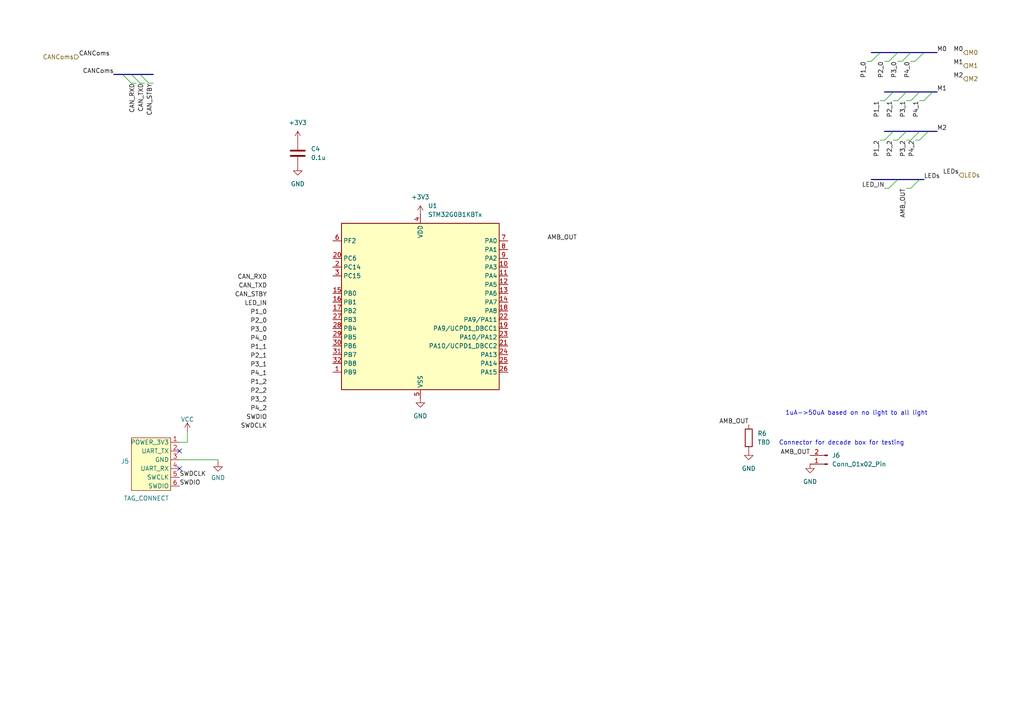
<source format=kicad_sch>
(kicad_sch (version 20231120) (generator "eeschema") (generator_version "8.0")
  (paper "A4")
  (lib_symbols
    (symbol "ACTempDisconnect:TAG_CONNECT" (in_bom no)
      (property "Reference" "J" (at -7.62 10.16 0))
      (property "Value" "TAG_CONNECT" (at 2.54 10.16 0))
      (symbol "TAG_CONNECT_0_1"
        (rectangle (start 0 7.62) (end -11.43 -7.62) (fill (type background)))
      )
      (symbol "TAG_CONNECT_1_1"
        (pin power_out line (at 2.54 -6.35 180) (length 2.54) (name "POWER_3V3") (number "1"))
        (pin output line (at 2.54 -3.81 180) (length 2.54) (name "UART_TX") (number "2"))
        (pin power_out line (at 2.54 -1.27 180) (length 2.54) (name "GND") (number "3"))
        (pin output line (at 2.54 1.27 180) (length 2.54) (name "UART_RX") (number "4"))
        (pin output line (at 2.54 3.81 180) (length 2.54) (name "SWCLK") (number "5"))
        (pin output line (at 2.54 6.35 180) (length 2.54) (name "SWDIO") (number "6"))
      )
    )
    (symbol "Connector:Conn_01x02_Pin" (pin_names (offset 1.016) hide)
      (property "Reference" "J" (at 0 2.54 0))
      (property "Value" "Conn_01x02_Pin" (at 0 -5.08 0))
      (symbol "Conn_01x02_Pin_1_1"
        (polyline (pts (xy 1.27 -2.54) (xy 0.8636 -2.54)) (stroke (width 0.1524)))
        (polyline (pts (xy 1.27 0) (xy 0.8636 0)) (stroke (width 0.1524)))
        (rectangle (start 0.8636 -2.413) (end 0 -2.667) (stroke (width 0.1524)) (fill (type outline)))
        (rectangle (start 0.8636 0.127) (end 0 -0.127) (stroke (width 0.1524)) (fill (type outline)))
        (pin passive line (at 5.08 0 180) (length 3.81) (name "Pin_1") (number "1"))
        (pin passive line (at 5.08 -2.54 180) (length 3.81) (name "Pin_2") (number "2"))
      )
    )
    (symbol "Device:C" (pin_numbers hide) (pin_names (offset 0.254))
      (property "Reference" "C" (at 0.635 2.54 0))
      (property "Value" "C" (at 0.635 -2.54 0))
      (symbol "C_0_1"
        (polyline (pts (xy -2.032 -0.762) (xy 2.032 -0.762)) (stroke (width 0.508)))
        (polyline (pts (xy -2.032 0.762) (xy 2.032 0.762)) (stroke (width 0.508)))
      )
      (symbol "C_1_1"
        (pin passive line (at 0 3.81 270) (length 2.794) (name "~") (number "1"))
        (pin passive line (at 0 -3.81 90) (length 2.794) (name "~") (number "2"))
      )
    )
    (symbol "Device:R" (pin_numbers hide) (pin_names (offset 0))
      (property "Reference" "R" (at 2.032 0 90))
      (property "Value" "R" (at 0 0 90))
      (symbol "R_0_1"
        (rectangle (start -1.016 -2.54) (end 1.016 2.54) (stroke (width 0.254)))
      )
      (symbol "R_1_1"
        (pin passive line (at 0 3.81 270) (length 1.27) (name "~") (number "1"))
        (pin passive line (at 0 -3.81 90) (length 1.27) (name "~") (number "2"))
      )
    )
    (symbol "MCU_ST_STM32G0:STM32G0B1KBTx"
      (property "Reference" "U" (at -22.86 26.67 0))
      (property "Value" "STM32G0B1KBTx" (at 2.54 26.67 0))
      (symbol "STM32G0B1KBTx_0_1"
        (rectangle (start -22.86 -22.86) (end 22.86 25.4) (stroke (width 0.254)) (fill (type background)))
      )
      (symbol "STM32G0B1KBTx_1_1"
        (pin bidirectional line (at -25.4 -17.78 0) (length 2.54) (name "PB9") (number "1"))
        (pin bidirectional line (at 25.4 12.7 180) (length 2.54) (name "PA3") (number "10"))
        (pin bidirectional line (at 25.4 10.16 180) (length 2.54) (name "PA4") (number "11"))
        (pin bidirectional line (at 25.4 7.62 180) (length 2.54) (name "PA5") (number "12"))
        (pin bidirectional line (at 25.4 5.08 180) (length 2.54) (name "PA6") (number "13"))
        (pin bidirectional line (at 25.4 2.54 180) (length 2.54) (name "PA7") (number "14"))
        (pin bidirectional line (at -25.4 5.08 0) (length 2.54) (name "PB0") (number "15"))
        (pin bidirectional line (at -25.4 2.54 0) (length 2.54) (name "PB1") (number "16"))
        (pin bidirectional line (at -25.4 0 0) (length 2.54) (name "PB2") (number "17"))
        (pin bidirectional line (at 25.4 0 180) (length 2.54) (name "PA8") (number "18"))
        (pin bidirectional line (at 25.4 -5.08 180) (length 2.54) (name "PA9/UCPD1_DBCC1") (number "19"))
        (pin bidirectional line (at -25.4 12.7 0) (length 2.54) (name "PC14") (number "2"))
        (pin bidirectional line (at -25.4 15.24 0) (length 2.54) (name "PC6") (number "20"))
        (pin bidirectional line (at 25.4 -10.16 180) (length 2.54) (name "PA10/UCPD1_DBCC2") (number "21"))
        (pin bidirectional line (at 25.4 -2.54 180) (length 2.54) (name "PA9/PA11") (number "22"))
        (pin bidirectional line (at 25.4 -7.62 180) (length 2.54) (name "PA10/PA12") (number "23"))
        (pin bidirectional line (at 25.4 -12.7 180) (length 2.54) (name "PA13") (number "24"))
        (pin bidirectional line (at 25.4 -15.24 180) (length 2.54) (name "PA14") (number "25"))
        (pin bidirectional line (at 25.4 -17.78 180) (length 2.54) (name "PA15") (number "26"))
        (pin bidirectional line (at -25.4 -2.54 0) (length 2.54) (name "PB3") (number "27"))
        (pin bidirectional line (at -25.4 -5.08 0) (length 2.54) (name "PB4") (number "28"))
        (pin bidirectional line (at -25.4 -7.62 0) (length 2.54) (name "PB5") (number "29"))
        (pin bidirectional line (at -25.4 10.16 0) (length 2.54) (name "PC15") (number "3"))
        (pin bidirectional line (at -25.4 -10.16 0) (length 2.54) (name "PB6") (number "30"))
        (pin bidirectional line (at -25.4 -12.7 0) (length 2.54) (name "PB7") (number "31"))
        (pin bidirectional line (at -25.4 -15.24 0) (length 2.54) (name "PB8") (number "32"))
        (pin power_in line (at 0 27.94 270) (length 2.54) (name "VDD") (number "4"))
        (pin power_in line (at 0 -25.4 90) (length 2.54) (name "VSS") (number "5"))
        (pin bidirectional line (at -25.4 20.32 0) (length 2.54) (name "PF2") (number "6"))
        (pin bidirectional line (at 25.4 20.32 180) (length 2.54) (name "PA0") (number "7"))
        (pin bidirectional line (at 25.4 17.78 180) (length 2.54) (name "PA1") (number "8"))
        (pin bidirectional line (at 25.4 15.24 180) (length 2.54) (name "PA2") (number "9"))
      )
    )
    (symbol "power:+3V3" (power) (pin_numbers hide) (pin_names (offset 0) hide)
      (property "Value" "+3V3" (at 0 3.556 0))
      (symbol "+3V3_0_1"
        (polyline (pts (xy -0.762 1.27) (xy 0 2.54)))
        (polyline (pts (xy 0 0) (xy 0 2.54)))
        (polyline (pts (xy 0 2.54) (xy 0.762 1.27)))
      )
      (symbol "+3V3_1_1"
        (pin power_in line (at 0 0 90) (length 0) (name "~") (number "1"))
      )
    )
    (symbol "power:GND" (power) (pin_numbers hide) (pin_names (offset 0) hide)
      (property "Value" "GND" (at 0 -3.81 0))
      (symbol "GND_0_1"
        (polyline (pts (xy 0 0) (xy 0 -1.27) (xy 1.27 -1.27) (xy 0 -2.54) (xy -1.27 -1.27) (xy 0 -1.27)))
      )
      (symbol "GND_1_1"
        (pin power_in line (at 0 0 270) (length 0) (name "~") (number "1"))
      )
    )
    (symbol "power:VCC" (power) (pin_names (offset 0))
      (property "Value" "VCC" (at 0 3.81 0))
      (symbol "VCC_0_1"
        (polyline (pts (xy -0.762 1.27) (xy 0 2.54)))
        (polyline (pts (xy 0 0) (xy 0 2.54)))
        (polyline (pts (xy 0 2.54) (xy 0.762 1.27)))
      )
      (symbol "VCC_1_1"
        (pin power_in line (at 0 0 90) (length 0) hide (name "VCC") (number "1"))
      )
    )
  )
  (no_connect (at 52.07 135.89))
  (no_connect (at 52.07 130.81))
  (bus_entry (at 260.35 15.24) (size -2.54 2.54))
  (bus_entry (at 262.89 38.1) (size -2.54 2.54))
  (bus_entry (at 264.16 15.24) (size -2.54 2.54))
  (bus_entry (at 259.08 38.1) (size -2.54 2.54))
  (bus_entry (at 270.51 26.67) (size -2.54 2.54))
  (bus_entry (at 266.7 26.67) (size -2.54 2.54))
  (bus_entry (at 35.56 21.59) (size 2.54 2.54))
  (bus_entry (at 259.08 26.67) (size -2.54 2.54))
  (bus_entry (at 269.24 38.1) (size -2.54 2.54))
  (bus_entry (at 262.89 26.67) (size -2.54 2.54))
  (bus_entry (at 267.97 15.24) (size -2.54 2.54))
  (bus_entry (at 38.1 21.59) (size 2.54 2.54))
  (bus_entry (at 260.35 52.07) (size -2.54 2.54))
  (bus_entry (at 40.64 21.59) (size 2.54 2.54))
  (bus_entry (at 266.7 38.1) (size -2.54 2.54))
  (bus_entry (at 264.16 54.61) (size 2.54 -2.54))
  (bus_entry (at 255.27 15.24) (size -2.54 2.54))
  (wire (pts (xy 52.07 128.27) (xy 54.356 128.27)))
  (wire (pts (xy 262.89 54.61) (xy 264.16 54.61)))
  (bus (pts (xy 259.08 38.1) (xy 262.89 38.1)))
  (bus (pts (xy 262.89 26.67) (xy 266.7 26.67)))
  (bus (pts (xy 266.7 52.07) (xy 267.97 52.07)))
  (bus (pts (xy 256.54 38.1) (xy 259.08 38.1)))
  (wire (pts (xy 264.16 40.64) (xy 262.89 40.64)))
  (wire (pts (xy 256.54 29.21) (xy 255.27 29.21)))
  (bus (pts (xy 267.97 15.24) (xy 271.78 15.24)))
  (bus (pts (xy 269.24 38.1) (xy 271.78 38.1)))
  (wire (pts (xy 260.35 40.64) (xy 259.08 40.64)))
  (wire (pts (xy 257.81 17.78) (xy 256.54 17.78)))
  (wire (pts (xy 54.356 128.27) (xy 54.356 125.222)))
  (wire (pts (xy 52.07 133.35) (xy 63.246 133.35)))
  (wire (pts (xy 63.246 133.35) (xy 63.246 134.112)))
  (wire (pts (xy 264.16 29.21) (xy 262.89 29.21)))
  (wire (pts (xy 256.54 40.64) (xy 255.27 40.64)))
  (wire (pts (xy 261.62 17.78) (xy 260.35 17.78)))
  (bus (pts (xy 38.1 21.59) (xy 40.64 21.59)))
  (wire (pts (xy 257.81 54.61) (xy 256.54 54.61)))
  (bus (pts (xy 252.73 15.24) (xy 255.27 15.24)))
  (bus (pts (xy 266.7 38.1) (xy 269.24 38.1)))
  (bus (pts (xy 260.35 52.07) (xy 266.7 52.07)))
  (bus (pts (xy 252.73 52.07) (xy 260.35 52.07)))
  (bus (pts (xy 264.16 15.24) (xy 267.97 15.24)))
  (bus (pts (xy 266.7 26.67) (xy 270.51 26.67)))
  (bus (pts (xy 33.02 21.59) (xy 35.56 21.59)))
  (wire (pts (xy 267.97 29.21) (xy 266.7 29.21)))
  (bus (pts (xy 255.27 15.24) (xy 260.35 15.24)))
  (wire (pts (xy 260.35 29.21) (xy 259.08 29.21)))
  (bus (pts (xy 256.54 26.67) (xy 259.08 26.67)))
  (bus (pts (xy 260.35 15.24) (xy 264.16 15.24)))
  (bus (pts (xy 270.51 26.67) (xy 271.78 26.67)))
  (wire (pts (xy 265.43 17.78) (xy 264.16 17.78)))
  (wire (pts (xy 266.7 40.64) (xy 265.43 40.64)))
  (bus (pts (xy 35.56 21.59) (xy 38.1 21.59)))
  (bus (pts (xy 262.89 38.1) (xy 266.7 38.1)))
  (wire (pts (xy 44.45 24.13) (xy 43.18 24.13)))
  (bus (pts (xy 40.64 21.59) (xy 44.45 21.59)))
  (bus (pts (xy 259.08 26.67) (xy 262.89 26.67)))
  (wire (pts (xy 39.37 24.13) (xy 38.1 24.13)))
  (wire (pts (xy 41.91 24.13) (xy 40.64 24.13)))
  (wire (pts (xy 252.73 17.78) (xy 251.46 17.78)))
  (text "1uA->50uA based on no light to all light" (at 248.412 119.888 0) (effects (font (size 1.27 1.27))))
  (text "Connector for decade box for testing" (at 244.094 128.524 0) (effects (font (size 1.27 1.27))))
  (label "P1_1" (at 77.47 101.6 180))
  (label "P1_1" (at 255.27 29.21 270))
  (label "P2_1" (at 77.47 104.14 180))
  (label "P4_0" (at 77.47 99.06 180))
  (label "AMB_OUT" (at 158.75 69.85 0))
  (label "P4_1" (at 77.47 109.22 180))
  (label "P3_2" (at 77.47 116.84 180))
  (label "SWDCLK" (at 52.07 138.43 0))
  (label "SWDCLK" (at 77.47 124.46 180))
  (label "P1_0" (at 251.46 17.78 270))
  (label "M1" (at 279.4 19.05 180))
  (label "P2_2" (at 77.47 114.3 180))
  (label "P2_1" (at 259.08 29.21 270))
  (label "P3_1" (at 77.47 106.68 180))
  (label "P1_2" (at 77.47 111.76 180))
  (label "P3_2" (at 262.89 40.64 270))
  (label "M2" (at 271.78 38.1 0))
  (label "AMB_OUT" (at 234.95 132.08 180))
  (label "P3_1" (at 262.89 29.21 270))
  (label "LED_IN" (at 256.54 54.61 180))
  (label "CAN_RXD" (at 77.47 81.28 180))
  (label "AMB_OUT" (at 262.89 54.61 270))
  (label "LEDs" (at 267.97 52.07 0))
  (label "P2_0" (at 77.47 93.98 180))
  (label "P4_0" (at 264.16 17.78 270))
  (label "M2" (at 279.4 22.86 180))
  (label "P4_1" (at 266.7 29.21 270))
  (label "CAN_STBY" (at 44.45 24.13 270))
  (label "M0" (at 271.78 15.24 0))
  (label "P3_0" (at 260.35 17.78 270))
  (label "P2_2" (at 259.08 40.64 270))
  (label "CAN_RXD" (at 39.37 24.13 270))
  (label "CANComs" (at 22.86 16.51 0))
  (label "P1_0" (at 77.47 91.44 180))
  (label "LED_IN" (at 77.47 88.9 180))
  (label "LEDs" (at 278.13 50.8 180))
  (label "SWDIO" (at 77.47 121.92 180))
  (label "P3_0" (at 77.47 96.52 180))
  (label "CAN_TXD" (at 41.91 24.13 270))
  (label "CAN_STBY" (at 77.47 86.36 180))
  (label "CAN_TXD" (at 77.47 83.82 180))
  (label "SWDIO" (at 52.07 140.97 0))
  (label "P4_2" (at 265.43 40.64 270))
  (label "AMB_OUT" (at 217.17 123.19 180))
  (label "P4_2" (at 77.47 119.38 180))
  (label "M1" (at 271.78 26.67 0))
  (label "M0" (at 279.4 15.24 180))
  (label "CANComs" (at 33.02 21.59 180))
  (label "P2_0" (at 256.54 17.78 270))
  (label "P1_2" (at 255.27 40.64 270))
  (hierarchical_label "M0" (shape input) (at 279.4 15.24 0))
  (hierarchical_label "M1" (shape input) (at 279.4 19.05 0))
  (hierarchical_label "LEDs" (shape input) (at 278.13 50.8 0))
  (hierarchical_label "M2" (shape input) (at 279.4 22.86 0))
  (hierarchical_label "CANComs" (shape input) (at 22.86 16.51 180))
  (symbol (lib_id "power:GND") (at 63.246 134.112 0) (unit 1)
    (property "Reference" "#PWR019" (effects (hide yes)))
    (property "Value" "GND" (at 63.246 138.5554 0))
  )
  (symbol (lib_id "Connector:Conn_01x02_Pin") (at 240.03 134.62 180) (unit 1)
    (property "Reference" "J6" (at 241.3 132.0799 0) (effects (justify right)))
    (property "Value" "Conn_01x02_Pin" (at 241.3 134.6199 0) (effects (justify right)))
    (property "Footprint" "Connector_PinHeader_1.27mm:PinHeader_1x02_P1.27mm_Vertical" (effects (hide yes)))
    (property "Description" "Generic connector, single row, 01x02, script generated" (effects (hide yes)))
  )
  (symbol (lib_id "Device:C") (at 86.36 44.45 0) (unit 1)
    (property "Reference" "C4" (at 90.17 43.1799 0) (effects (justify left)))
    (property "Value" "0.1u" (at 90.17 45.7199 0) (effects (justify left)))
    (property "Footprint" "Capacitor_SMD:C_0402_1005Metric_Pad0.74x0.62mm_HandSolder" (effects (hide yes)))
    (property "Description" "Unpolarized capacitor" (effects (hide yes)))
  )
  (symbol (lib_id "power:VCC") (at 54.356 125.222 0) (unit 1)
    (property "Reference" "#PWR018" (effects (hide yes)))
    (property "Value" "VCC" (at 54.356 121.6462 0))
  )
  (symbol (lib_id "ACTempDisconnect:TAG_CONNECT") (at 49.53 134.62 0) (mirror x) (unit 1) (in_bom no)
    (property "Reference" "J5" (at 37.4651 133.7853 0) (effects (justify right)))
    (property "Value" "TAG_CONNECT" (at 49.022 144.526 0) (effects (justify right)))
    (property "Footprint" "Connector:Tag-Connect_TC2030-IDC-FP_2x03_P1.27mm_Vertical" (effects (hide yes)))
  )
  (symbol (lib_id "power:+3V3") (at 121.92 62.23 0) (unit 1)
    (property "Reference" "#PWR020" (effects (hide yes)))
    (property "Value" "+3V3" (at 121.92 57.15 0))
    (property "Description" "Power symbol creates a global label with name \"+3V3\"" (effects (hide yes)))
  )
  (symbol (lib_id "power:GND") (at 86.36 48.26 0) (unit 1)
    (property "Reference" "#PWR022" (effects (hide yes)))
    (property "Value" "GND" (at 86.36 53.34 0))
    (property "Description" "Power symbol creates a global label with name \"GND\" , ground" (effects (hide yes)))
  )
  (symbol (lib_id "power:GND") (at 121.92 115.57 0) (unit 1)
    (property "Reference" "#PWR017" (effects (hide yes)))
    (property "Value" "GND" (at 121.92 120.65 0))
    (property "Description" "Power symbol creates a global label with name \"GND\" , ground" (effects (hide yes)))
  )
  (symbol (lib_id "power:+3V3") (at 86.36 40.64 0) (unit 1)
    (property "Reference" "#PWR021" (effects (hide yes)))
    (property "Value" "+3V3" (at 86.36 35.56 0))
    (property "Description" "Power symbol creates a global label with name \"+3V3\"" (effects (hide yes)))
  )
  (symbol (lib_id "Device:R") (at 217.17 127 0) (unit 1)
    (property "Reference" "R6" (at 219.71 125.7299 0) (effects (justify left)))
    (property "Value" "TBD" (at 219.71 128.2699 0) (effects (justify left)))
    (property "Footprint" "Resistor_SMD:R_0402_1005Metric" (effects (hide yes)))
    (property "Description" "Resistor" (effects (hide yes)))
  )
  (symbol (lib_id "MCU_ST_STM32G0:STM32G0B1KBTx") (at 121.92 90.17 0) (unit 1)
    (property "Reference" "U1" (at 124.1141 59.69 0) (effects (justify left)))
    (property "Value" "STM32G0B1KBTx" (at 124.1141 62.23 0) (effects (justify left)))
    (property "Footprint" "Package_QFP:LQFP-32_7x7mm_P0.8mm" (effects (hide yes)))
    (property "Datasheet" "https://www.st.com/resource/en/datasheet/stm32g0b1kb.pdf" (effects (hide yes)))
    (property "Description" "STMicroelectronics Arm Cortex-M0+ MCU, 128KB flash, 144KB RAM, 64 MHz, 1.7-3.6V, 30 GPIO, LQFP32" (effects (hide yes)))
  )
  (symbol (lib_id "power:GND") (at 217.17 130.81 0) (unit 1)
    (property "Reference" "#PWR044" (effects (hide yes)))
    (property "Value" "GND" (at 217.17 135.89 0))
    (property "Description" "Power symbol creates a global label with name \"GND\" , ground" (effects (hide yes)))
  )
  (symbol (lib_id "power:GND") (at 234.95 134.62 0) (unit 1)
    (property "Reference" "#PWR045" (effects (hide yes)))
    (property "Value" "GND" (at 234.95 139.7 0))
    (property "Description" "Power symbol creates a global label with name \"GND\" , ground" (effects (hide yes)))
  )
)
</source>
